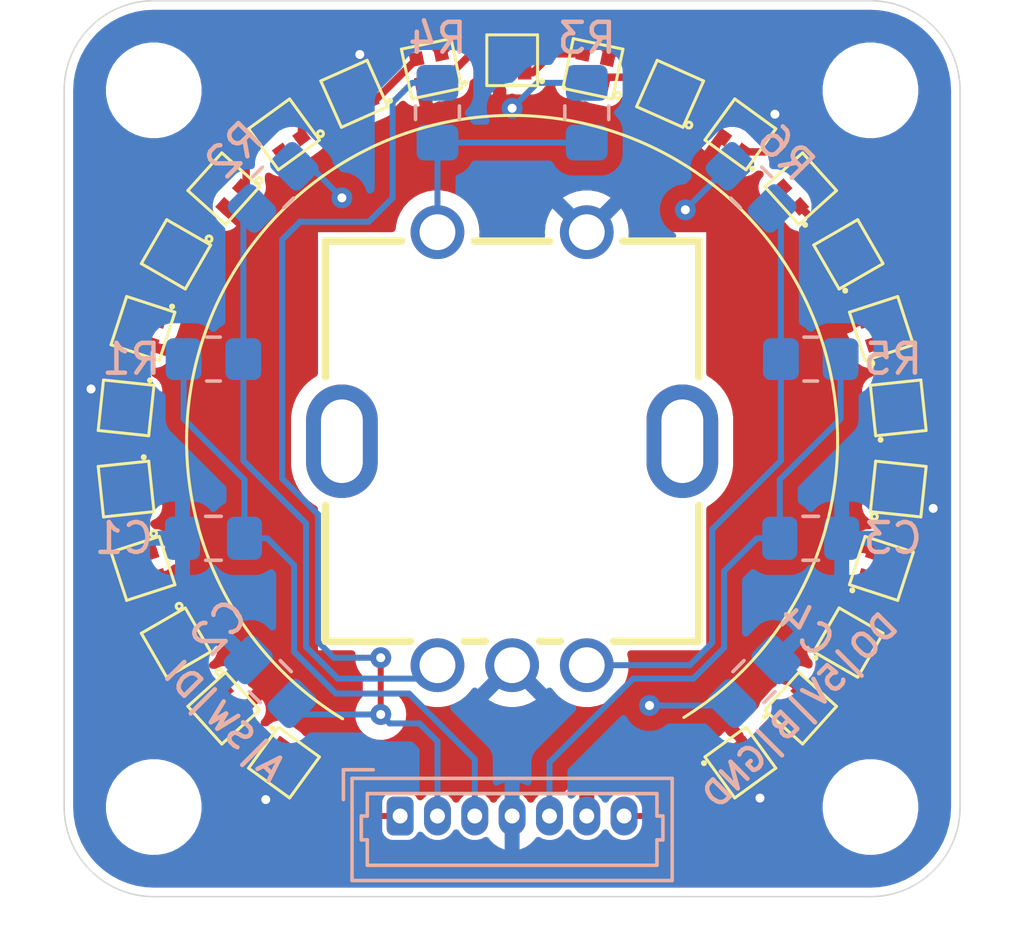
<source format=kicad_pcb>
(kicad_pcb (version 20240108) (generator "pcbnew") (generator_version "8.0")
  (layers (0 "F.Cu" signal) (31 "B.Cu" signal) (34 "B.Paste" user) (35 "F.Paste" user) (36 "B.SilkS" user "B.Silkscreen") (37 "F.SilkS" user "F.Silkscreen") (38 "B.Mask" user) (39 "F.Mask" user) (44 "Edge.Cuts" user))
  (net 0 "")
  (net 1 "GND")
  (net 2 "Net-(U1-DOUT)")
  (net 3 "/Encoder_A")
  (net 4 "/Encoder_Button")
  (net 5 "Net-(U2-DOUT)")
  (net 6 "Net-(U3-DOUT)")
  (net 7 "Net-(U4-DOUT)")
  (net 8 "Net-(U5-DOUT)")
  (net 9 "Net-(U6-DOUT)")
  (net 10 "Net-(U7-DOUT)")
  (net 11 "/Encoder_B")
  (net 12 "Net-(U8-DOUT)")
  (net 13 "Net-(U10-DIN)")
  (net 14 "Net-(U10-DOUT)")
  (net 15 "Net-(U11-DOUT)")
  (net 16 "Net-(U12-DOUT)")
  (net 17 "Net-(U13-DOUT)")
  (net 18 "Net-(U14-DOUT)")
  (net 19 "Net-(U15-DOUT)")
  (net 20 "Net-(U16-DOUT)")
  (net 21 "Net-(U17-DOUT)")
  (net 22 "Net-(U18-DOUT)")
  (net 23 "Net-(U19-DOUT)")
  (net 24 "Net-(U20-DOUT)")
  (net 25 "Net-(U21-DOUT)")
  (net 26 "Net-(U22-DOUT)")
  (net 27 "Net-(U23-DOUT)")
  (net 28 "DIN")
  (net 29 "DOUT")
  (net 30 "Net-(R1-Pad2)")
  (net 31 "VCC")
  (net 32 "Net-(R3-Pad2)")
  (net 33 "Net-(U24-DOUT)")
  (net 34 "Net-(R5-Pad1)")
  (footprint "MountingHole:MountingHole_2.7mm_M2.5" (layer "F.Cu") (at 112 112)
    (property "Reference" "H3" (hide yes))
    (property "Value" "MountingHole")
    (pad "" np_thru_hole circle (at 0 0) (size 2.7 2.7) (drill 2.7) (layers "*.Cu" "*.Mask"))
  )
  (footprint "easyeda2kicad:LED-SMD_4P-L1.0-W1.0-TL_XL-1010RGBC-WS2812B" (layer "F.Cu") (at 109.663439 91.293432 132)
    (property "Reference" "U17" (hide yes))
    (property "Value" "XL-1010RGBC-WS2812B" (hide yes))
    (pad "1" smd rect (at -0.42 -0.42 132) (size 0.45 0.45) (layers "F.Cu" "F.Paste" "F.Mask") (net 21 "Net-(U17-DOUT)"))
    (pad "2" smd rect (at 0.42 -0.42 132) (size 0.45 0.45) (layers "F.Cu" "F.Paste" "F.Mask") (net 31 "VCC"))
    (pad "3" smd rect (at -0.42 0.42 132) (size 0.45 0.45) (layers "F.Cu" "F.Paste" "F.Mask") (net 1 "GND"))
    (pad "4" smd rect (at 0.42 0.42 132) (size 0.45 0.45) (layers "F.Cu" "F.Paste" "F.Mask") (net 20 "Net-(U16-DOUT)"))
  )
  (footprint "easyeda2kicad:LED-SMD_4P-L1.0-W1.0-TL_XL-1010RGBC-WS2812B" (layer "F.Cu") (at 88.744227 106.492129 -60)
    (property "Reference" "U3" (hide yes))
    (property "Value" "XL-1010RGBC-WS2812B" (hide yes))
    (pad "1" smd rect (at -0.42 -0.419999 300) (size 0.45 0.45) (layers "F.Cu" "F.Paste" "F.Mask") (net 6 "Net-(U3-DOUT)"))
    (pad "2" smd rect (at 0.419999 -0.42 300) (size 0.45 0.45) (layers "F.Cu" "F.Paste" "F.Mask") (net 31 "VCC"))
    (pad "3" smd rect (at -0.419999 0.42 300) (size 0.45 0.45) (layers "F.Cu" "F.Paste" "F.Mask") (net 1 "GND"))
    (pad "4" smd rect (at 0.42 0.419999 300) (size 0.45 0.45) (layers "F.Cu" "F.Paste" "F.Mask") (net 5 "Net-(U2-DOUT)"))
  )
  (footprint "easyeda2kicad:LED-SMD_4P-L1.0-W1.0-TL_XL-1010RGBC-WS2812B" (layer "F.Cu") (at 112.931341 98.63326 96)
    (property "Reference" "U20" (hide yes))
    (property "Value" "XL-1010RGBC-WS2812B" (hide yes))
    (pad "1" smd rect (at -0.42 -0.42 96) (size 0.45 0.45) (layers "F.Cu" "F.Paste" "F.Mask") (net 24 "Net-(U20-DOUT)"))
    (pad "2" smd rect (at 0.42 -0.42 96) (size 0.45 0.45) (layers "F.Cu" "F.Paste" "F.Mask") (net 31 "VCC"))
    (pad "3" smd rect (at -0.42 0.42 96) (size 0.45 0.45) (layers "F.Cu" "F.Paste" "F.Mask") (net 1 "GND"))
    (pad "4" smd rect (at 0.42 0.42 96) (size 0.45 0.45) (layers "F.Cu" "F.Paste" "F.Mask") (net 23 "Net-(U19-DOUT)"))
  )
  (footprint "MountingHole:MountingHole_2.7mm_M2.5" (layer "F.Cu") (at 112 88)
    (property "Reference" "H2" (hide yes))
    (property "Value" "MountingHole")
    (pad "" np_thru_hole circle (at 0 0) (size 2.7 2.7) (drill 2.7) (layers "*.Cu" "*.Mask"))
  )
  (footprint "easyeda2kicad:LED-SMD_4P-L1.0-W1.0-TL_XL-1010RGBC-WS2812B" (layer "F.Cu") (at 90.341675 91.293431 -132)
    (property "Reference" "U9" (hide yes))
    (property "Value" "XL-1010RGBC-WS2812B" (hide yes))
    (pad "1" smd rect (at -0.42 -0.419999 228) (size 0.45 0.45) (layers "F.Cu" "F.Paste" "F.Mask") (net 13 "Net-(U10-DIN)"))
    (pad "2" smd rect (at 0.419999 -0.42 228) (size 0.45 0.45) (layers "F.Cu" "F.Paste" "F.Mask") (net 31 "VCC"))
    (pad "3" smd rect (at -0.419999 0.42 228) (size 0.45 0.45) (layers "F.Cu" "F.Paste" "F.Mask") (net 1 "GND"))
    (pad "4" smd rect (at 0.42 0.419999 228) (size 0.45 0.45) (layers "F.Cu" "F.Paste" "F.Mask") (net 12 "Net-(U8-DOUT)"))
  )
  (footprint "easyeda2kicad:SW-TH_PEC11R-4XXXF-SXXXX" (layer "F.Cu") (at 100 100)
    (property "Reference" "SW1" (hide yes))
    (property "Value" "PEC11R-4015F-S0024" (hide yes))
    (pad "" np_thru_hole circle (at 0 -0.25) (size 7 7) (drill 7) (layers "F&B.Cu" "*.Mask"))
    (pad "1" thru_hole circle (at -2.5 -7.25) (size 1.8 1.8) (drill 1.199998) (layers "*.Cu" "*.Mask") (net 32 "Net-(R3-Pad2)"))
    (pad "2" thru_hole circle (at 2.5 -7.25) (size 1.8 1.8) (drill 1.199998) (layers "*.Cu" "*.Mask") (net 1 "GND"))
    (pad "A" thru_hole circle (at -2.5 7.25) (size 1.8 1.8) (drill 1.199998) (layers "*.Cu" "*.Mask") (net 30 "Net-(R1-Pad2)"))
    (pad "B" thru_hole circle (at 2.5 7.25) (size 1.8 1.8) (drill 1.199998) (layers "*.Cu" "*.Mask") (net 34 "Net-(R5-Pad1)"))
    (pad "C" thru_hole circle (at 0 7.25) (size 1.8 1.8) (drill 1.199998) (layers "*.Cu" "*.Mask") (net 1 "GND"))
    (pad "MT1" thru_hole oval (at -5.7 -0.25) (size 2.4 3.8) (drill oval 1.399997 2.799994) (layers "*.Cu" "*.Mask"))
    (pad "MT2" thru_hole oval (at 5.7 -0.25) (size 2.4 3.8) (drill oval 1.399997 2.799994) (layers "*.Cu" "*.Mask"))
  )
  (footprint "easyeda2kicad:LED-SMD_4P-L1.0-W1.0-TL_XL-1010RGBC-WS2812B" (layer "F.Cu") (at 112.366291 104.009351 72)
    (property "Reference" "U22" (hide yes))
    (property "Value" "XL-1010RGBC-WS2812B" (hide yes))
    (pad "1" smd rect (at -0.419999 -0.42 72) (size 0.45 0.45) (layers "F.Cu" "F.Paste" "F.Mask") (net 26 "Net-(U22-DOUT)"))
    (pad "2" smd rect (at 0.42 -0.419999 72) (size 0.45 0.45) (layers "F.Cu" "F.Paste" "F.Mask") (net 31 "VCC"))
    (pad "3" smd rect (at -0.42 0.419999 72) (size 0.45 0.45) (layers "F.Cu" "F.Paste" "F.Mask") (net 1 "GND"))
    (pad "4" smd rect (at 0.419999 0.42 72) (size 0.45 0.45) (layers "F.Cu" "F.Paste" "F.Mask") (net 25 "Net-(U21-DOUT)"))
  )
  (footprint "easyeda2kicad:LED-SMD_4P-L1.0-W1.0-TL_XL-1010RGBC-WS2812B" (layer "F.Cu") (at 90.341675 108.690827 -48)
    (property "Reference" "U2" (hide yes))
    (property "Value" "XL-1010RGBC-WS2812B" (hide yes))
    (pad "1" smd rect (at -0.42 -0.42 312) (size 0.45 0.45) (layers "F.Cu" "F.Paste" "F.Mask") (net 5 "Net-(U2-DOUT)"))
    (pad "2" smd rect (at 0.42 -0.42 312) (size 0.45 0.45) (layers "F.Cu" "F.Paste" "F.Mask") (net 31 "VCC"))
    (pad "3" smd rect (at -0.42 0.42 312) (size 0.45 0.45) (layers "F.Cu" "F.Paste" "F.Mask") (net 1 "GND"))
    (pad "4" smd rect (at 0.42 0.42 312) (size 0.45 0.45) (layers "F.Cu" "F.Paste" "F.Mask") (net 2 "Net-(U1-DOUT)"))
  )
  (footprint "easyeda2kicad:LED-SMD_4P-L1.0-W1.0-TL_XL-1010RGBC-WS2812B" (layer "F.Cu") (at 87.638823 95.974908 -108)
    (property "Reference" "U7" (hide yes))
    (property "Value" "XL-1010RGBC-WS2812B" (hide yes))
    (pad "1" smd rect (at -0.419999 -0.42 252) (size 0.45 0.45) (layers "F.Cu" "F.Paste" "F.Mask") (net 10 "Net-(U7-DOUT)"))
    (pad "2" smd rect (at 0.42 -0.419999 252) (size 0.45 0.45) (layers "F.Cu" "F.Paste" "F.Mask") (net 31 "VCC"))
    (pad "3" smd rect (at -0.42 0.419999 252) (size 0.45 0.45) (layers "F.Cu" "F.Paste" "F.Mask") (net 1 "GND"))
    (pad "4" smd rect (at 0.419999 0.42 252) (size 0.45 0.45) (layers "F.Cu" "F.Paste" "F.Mask") (net 9 "Net-(U6-DOUT)"))
  )
  (footprint "MountingHole:MountingHole_2.7mm_M2.5" (layer "F.Cu") (at 88 88)
    (property "Reference" "H1" (hide yes))
    (property "Value" "MountingHole")
    (pad "" np_thru_hole circle (at 0 0) (size 2.7 2.7) (drill 2.7) (layers "*.Cu" "*.Mask"))
  )
  (footprint "easyeda2kicad:LED-SMD_4P-L1.0-W1.0-TL_XL-1010RGBC-WS2812B" (layer "F.Cu") (at 100.002557 86.99213 180)
    (property "Reference" "U13" (hide yes))
    (property "Value" "XL-1010RGBC-WS2812B" (hide yes))
    (pad "1" smd rect (at -0.419999 -0.42 180) (size 0.45 0.45) (layers "F.Cu" "F.Paste" "F.Mask") (net 17 "Net-(U13-DOUT)"))
    (pad "2" smd rect (at 0.42 -0.419999 180) (size 0.45 0.45) (layers "F.Cu" "F.Paste" "F.Mask") (net 31 "VCC"))
    (pad "3" smd rect (at -0.42 0.419999 180) (size 0.45 0.45) (layers "F.Cu" "F.Paste" "F.Mask") (net 1 "GND"))
    (pad "4" smd rect (at 0.419999 0.42 180) (size 0.45 0.45) (layers "F.Cu" "F.Paste" "F.Mask") (net 16 "Net-(U12-DOUT)"))
  )
  (footprint "easyeda2kicad:LED-SMD_4P-L1.0-W1.0-TL_XL-1010RGBC-WS2812B" (layer "F.Cu") (at 112.366292 95.974909 108)
    (property "Reference" "U19" (hide yes))
    (property "Value" "XL-1010RGBC-WS2812B" (hide yes))
    (pad "1" smd rect (at -0.42 -0.42 108) (size 0.45 0.45) (layers "F.Cu" "F.Paste" "F.Mask") (net 23 "Net-(U19-DOUT)"))
    (pad "2" smd rect (at 0.42 -0.42 108) (size 0.45 0.45) (layers "F.Cu" "F.Paste" "F.Mask") (net 31 "VCC"))
    (pad "3" smd rect (at -0.42 0.42 108) (size 0.45 0.45) (layers "F.Cu" "F.Paste" "F.Mask") (net 1 "GND"))
    (pad "4" smd rect (at 0.42 0.42 108) (size 0.45 0.45) (layers "F.Cu" "F.Paste" "F.Mask") (net 22 "Net-(U18-DOUT)"))
  )
  (footprint "easyeda2kicad:LED-SMD_4P-L1.0-W1.0-TL_XL-1010RGBC-WS2812B" (layer "F.Cu") (at 105.290134 88.116039 156)
    (property "Reference" "U15" (hide yes))
    (property "Value" "XL-1010RGBC-WS2812B" (hide yes))
    (pad "1" smd rect (at -0.419999 -0.42 156) (size 0.45 0.45) (layers "F.Cu" "F.Paste" "F.Mask") (net 19 "Net-(U15-DOUT)"))
    (pad "2" smd rect (at 0.42 -0.419999 156) (size 0.45 0.45) (layers "F.Cu" "F.Paste" "F.Mask") (net 31 "VCC"))
    (pad "3" smd rect (at -0.42 0.419999 156) (size 0.45 0.45) (layers "F.Cu" "F.Paste" "F.Mask") (net 1 "GND"))
    (pad "4" smd rect (at 0.419999 0.42 156) (size 0.45 0.45) (layers "F.Cu" "F.Paste" "F.Mask") (net 18 "Net-(U14-DOUT)"))
  )
  (footprint "easyeda2kicad:LED-SMD_4P-L1.0-W1.0-TL_XL-1010RGBC-WS2812B" (layer "F.Cu") (at 87.638822 104.00935 -72)
    (property "Reference" "U4" (hide yes))
    (property "Value" "XL-1010RGBC-WS2812B" (hide yes))
    (pad "1" smd rect (at -0.42 -0.42 288) (size 0.45 0.45) (layers "F.Cu" "F.Paste" "F.Mask") (net 7 "Net-(U4-DOUT)"))
    (pad "2" smd rect (at 0.42 -0.42 288) (size 0.45 0.45) (layers "F.Cu" "F.Paste" "F.Mask") (net 31 "VCC"))
    (pad "3" smd rect (at -0.42 0.42 288) (size 0.45 0.45) (layers "F.Cu" "F.Paste" "F.Mask") (net 1 "GND"))
    (pad "4" smd rect (at 0.42 0.42 288) (size 0.45 0.45) (layers "F.Cu" "F.Paste" "F.Mask") (net 6 "Net-(U3-DOUT)"))
  )
  (footprint "easyeda2kicad:LED-SMD_4P-L1.0-W1.0-TL_XL-1010RGBC-WS2812B" (layer "F.Cu") (at 87.073772 98.63326 -96)
    (property "Reference" "U6" (hide yes))
    (property "Value" "XL-1010RGBC-WS2812B" (hide yes))
    (pad "1" smd rect (at -0.42 -0.420001 264) (size 0.45 0.45) (layers "F.Cu" "F.Paste" "F.Mask") (net 9 "Net-(U6-DOUT)"))
    (pad "2" smd rect (at 0.420001 -0.42 264) (size 0.45 0.45) (layers "F.Cu" "F.Paste" "F.Mask") (net 31 "VCC"))
    (pad "3" smd rect (at -0.420001 0.42 264) (size 0.45 0.45) (layers "F.Cu" "F.Paste" "F.Mask") (net 1 "GND"))
    (pad "4" smd rect (at 0.42 0.420001 264) (size 0.45 0.45) (layers "F.Cu" "F.Paste" "F.Mask") (net 8 "Net-(U5-DOUT)"))
  )
  (footprint "easyeda2kicad:LED-SMD_4P-L1.0-W1.0-TL_XL-1010RGBC-WS2812B" (layer "F.Cu") (at 92.361349 110.509351 -36)
    (property "Reference" "U1" (hide yes))
    (property "Value" "XL-1010RGBC-WS2812B" (hide yes))
    (pad "1" smd rect (at -0.42 -0.419999 324) (size 0.45 0.45) (layers "F.Cu" "F.Paste" "F.Mask") (net 2 "Net-(U1-DOUT)"))
    (pad "2" smd rect (at 0.419999 -0.42 324) (size 0.45 0.45) (layers "F.Cu" "F.Paste" "F.Mask") (net 31 "VCC"))
    (pad "3" smd rect (at -0.419999 0.42 324) (size 0.45 0.45) (layers "F.Cu" "F.Paste" "F.Mask") (net 1 "GND"))
    (pad "4" smd rect (at 0.42 0.419999 324) (size 0.45 0.45) (layers "F.Cu" "F.Paste" "F.Mask") (net 28 "DIN"))
  )
  (footprint "easyeda2kicad:LED-SMD_4P-L1.0-W1.0-TL_XL-1010RGBC-WS2812B" (layer "F.Cu") (at 92.361349 89.474909 -144)
    (property "Reference" "U10" (hide yes))
    (property "Value" "XL-1010RGBC-WS2812B" (hide yes))
    (pad "1" smd rect (at -0.42 -0.420001 216) (size 0.45 0.45) (layers "F.Cu" "F.Paste" "F.Mask") (net 14 "Net-(U10-DOUT)"))
    (pad "2" smd rect (at 0.420001 -0.42 216) (size 0.45 0.45) (layers "F.Cu" "F.Paste" "F.Mask") (net 31 "VCC"))
    (pad "3" smd rect (at -0.420001 0.42 216) (size 0.45 0.45) (layers "F.Cu" "F.Paste" "F.Mask") (net 1 "GND"))
    (pad "4" smd rect (at 0.42 0.420001 216) (size 0.45 0.45) (layers "F.Cu" "F.Paste" "F.Mask") (net 13 "Net-(U10-DIN)"))
  )
  (footprint "MountingHole:MountingHole_2.7mm_M2.5" (layer "F.Cu") (at 88 112)
    (property "Reference" "H4" (hide yes))
    (property "Value" "MountingHole")
    (pad "" np_thru_hole circle (at 0 0) (size 2.7 2.7) (drill 2.7) (layers "*.Cu" "*.Mask"))
  )
  (footprint "easyeda2kicad:LED-SMD_4P-L1.0-W1.0-TL_XL-1010RGBC-WS2812B" (layer "F.Cu") (at 109.663439 108.690828 48)
    (property "Reference" "U24" (hide yes))
    (property "Value" "XL-1010RGBC-WS2812B" (hide yes))
    (pad "1" smd rect (at -0.42 -0.419999 48) (size 0.45 0.45) (layers "F.Cu" "F.Paste" "F.Mask") (net 33 "Net-(U24-DOUT)"))
    (pad "2" smd rect (at 0.419999 -0.42 48) (size 0.45 0.45) (layers "F.Cu" "F.Paste" "F.Mask") (net 31 "VCC"))
    (pad "3" smd rect (at -0.419999 0.42 48) (size 0.45 0.45) (layers "F.Cu" "F.Paste" "F.Mask") (net 1 "GND"))
    (pad "4" smd rect (at 0.42 0.419999 48) (size 0.45 0.45) (layers "F.Cu" "F.Paste" "F.Mask") (net 27 "Net-(U23-DOUT)"))
  )
  (footprint "easyeda2kicad:LED-SMD_4P-L1.0-W1.0-TL_XL-1010RGBC-WS2812B" (layer "F.Cu") (at 88.744227 93.49213 -120)
    (property "Reference" "U8" (hide yes))
    (property "Value" "XL-1010RGBC-WS2812B" (hide yes))
    (pad "1" smd rect (at -0.42 -0.42 240) (size 0.45 0.45) (layers "F.Cu" "F.Paste" "F.Mask") (net 12 "Net-(U8-DOUT)"))
    (pad "2" smd rect (at 0.42 -0.42 240) (size 0.45 0.45) (layers "F.Cu" "F.Paste" "F.Mask") (net 31 "VCC"))
    (pad "3" smd rect (at -0.42 0.42 240) (size 0.45 0.45) (layers "F.Cu" "F.Paste" "F.Mask") (net 1 "GND"))
    (pad "4" smd rect (at 0.42 0.42 240) (size 0.45 0.45) (layers "F.Cu" "F.Paste" "F.Mask") (net 10 "Net-(U7-DOUT)"))
  )
  (footprint "easyeda2kicad:LED-SMD_4P-L1.0-W1.0-TL_XL-1010RGBC-WS2812B" (layer "F.Cu") (at 111.260887 93.49213 120)
    (property "Reference" "U18" (hide yes))
    (property "Value" "XL-1010RGBC-WS2812B" (hide yes))
    (pad "1" smd rect (at -0.42 -0.420001 120) (size 0.45 0.45) (layers "F.Cu" "F.Paste" "F.Mask") (net 22 "Net-(U18-DOUT)"))
    (pad "2" smd rect (at 0.420001 -0.42 120) (size 0.45 0.45) (layers "F.Cu" "F.Paste" "F.Mask") (net 31 "VCC"))
    (pad "3" smd rect (at -0.420001 0.42 120) (size 0.45 0.45) (layers "F.Cu" "F.Paste" "F.Mask") (net 1 "GND"))
    (pad "4" smd rect (at 0.42 0.420001 120) (size 0.45 0.45) (layers "F.Cu" "F.Paste" "F.Mask") (net 21 "Net-(U17-DOUT)"))
  )
  (footprint "easyeda2kicad:LED-SMD_4P-L1.0-W1.0-TL_XL-1010RGBC-WS2812B" (layer "F.Cu") (at 94.71498 88.116039 -156)
    (property "Reference" "U11" (hide yes))
    (property "Value" "XL-1010RGBC-WS2812B" (hide yes))
    (pad "1" smd rect (at -0.42 -0.419999 204) (size 0.45 0.45) (layers "F.Cu" "F.Paste" "F.Mask") (net 15 "Net-(U11-DOUT)"))
    (pad "2" smd rect (at 0.419999 -0.42 204) (size 0.45 0.45) (layers "F.Cu" "F.Paste" "F.Mask") (net 31 "VCC"))
    (pad "3" smd rect (at -0.419999 0.42 204) (size 0.45 0.45) (layers "F.Cu" "F.Paste" "F.Mask") (net 1 "GND"))
    (pad "4" smd rect (at 0.42 0.419999 204) (size 0.45 0.45) (layers "F.Cu" "F.Paste" "F.Mask") (net 14 "Net-(U10-DOUT)"))
  )
  (footprint "easyeda2kicad:LED-SMD_4P-L1.0-W1.0-TL_XL-1010RGBC-WS2812B" (layer "F.Cu") (at 107.643765 89.474909 144)
    (property "Reference" "U16" (hide yes))
    (property "Value" "XL-1010RGBC-WS2812B" (hide yes))
    (pad "1" smd rect (at -0.42 -0.42 144) (size 0.45 0.45) (layers "F.Cu" "F.Paste" "F.Mask") (net 20 "Net-(U16-DOUT)"))
    (pad "2" smd rect (at 0.42 -0.42 144) (size 0.45 0.45) (layers "F.Cu" "F.Paste" "F.Mask") (net 31 "VCC"))
    (pad "3" smd rect (at -0.42 0.42 144) (size 0.45 0.45) (layers "F.Cu" "F.Paste" "F.Mask") (net 1 "GND"))
    (pad "4" smd rect (at 0.42 0.42 144) (size 0.45 0.45) (layers "F.Cu" "F.Paste" "F.Mask") (net 19 "Net-(U15-DOUT)"))
  )
  (footprint "easyeda2kicad:LED-SMD_4P-L1.0-W1.0-TL_XL-1010RGBC-WS2812B" (layer "F.Cu") (at 112.931342 101.351 84)
    (property "Reference" "U21" (hide yes))
    (property "Value" "XL-1010RGBC-WS2812B" (hide yes))
    (pad "1" smd rect (at -0.42 -0.419999 84) (size 0.45 0.45) (layers "F.Cu" "F.Paste" "F.Mask") (net 25 "Net-(U21-DOUT)"))
    (pad "2" smd rect (at 0.419999 -0.42 84) (size 0.45 0.45) (layers "F.Cu" "F.Paste" "F.Mask") (net 31 "VCC"))
    (pad "3" smd rect (at -0.419999 0.42 84) (size 0.45 0.45) (layers "F.Cu" "F.Paste" "F.Mask") (net 1 "GND"))
    (pad "4" smd rect (at 0.42 0.419999 84) (size 0.45 0.45) (layers "F.Cu" "F.Paste" "F.Mask") (net 24 "Net-(U20-DOUT)"))
  )
  (footprint "easyeda2kicad:LED-SMD_4P-L1.0-W1.0-TL_XL-1010RGBC-WS2812B" (layer "F.Cu") (at 111.260887 106.492129 60)
    (property "Reference" "U23" (hide yes))
    (property "Value" "XL-1010RGBC-WS2812B" (hide yes))
    (pad "1" smd rect (at -0.420001 -0.420001 60) (size 0.45 0.45) (layers "F.Cu" "F.Paste" "F.Mask") (net 27 "Net-(U23-DOUT)"))
    (pad "2" smd rect (at 0.420001 -0.420001 60) (size 0.45 0.45) (layers "F.Cu" "F.Paste" "F.Mask") (net 31 "VCC"))
    (pad "3" smd rect (at -0.420001 0.420001 60) (size 0.45 0.45) (layers "F.Cu" "F.Paste" "F.Mask") (net 1 "GND"))
    (pad "4" smd rect (at 0.420001 0.420001 60) (size 0.45 0.45) (layers "F.Cu" "F.Paste" "F.Mask") (net 26 "Net-(U22-DOUT)"))
  )
  (footprint "easyeda2kicad:LED-SMD_4P-L1.0-W1.0-TL_XL-1010RGBC-WS2812B" (layer "F.Cu") (at 97.299705 87.276211 -168)
    (property "Reference" "U12" (hide yes))
    (property "Value" "XL-1010RGBC-WS2812B" (hide yes))
    (pad "1" smd rect (at -0.42 -0.42 192) (size 0.45 0.45) (layers "F.Cu" "F.Paste" "F.Mask") (net 16 "Net-(U12-DOUT)"))
    (pad "2" smd rect (at 0.42 -0.42 192) (size 0.45 0.45) (layers "F.Cu" "F.Paste" "F.Mask") (net 31 "VCC"))
    (pad "3" smd rect (at -0.42 0.42 192) (size 0.45 0.45) (layers "F.Cu" "F.Paste" "F.Mask") (net 1 "GND"))
    (pad "4" smd rect (at 0.42 0.42 192) (size 0.45 0.45) (layers "F.Cu" "F.Paste" "F.Mask") (net 15 "Net-(U11-DOUT)"))
  )
  (footprint "easyeda2kicad:LED-SMD_4P-L1.0-W1.0-TL_XL-1010RGBC-WS2812B" (layer "F.Cu") (at 102.705409 87.276211 168)
    (property "Reference" "U14" (hide yes))
    (property "Value" "XL-1010RGBC-WS2812B" (hide yes))
    (pad "1" smd rect (at -0.42 -0.42 168) (size 0.45 0.45) (layers "F.Cu" "F.Paste" "F.Mask") (net 18 "Net-(U14-DOUT)"))
    (pad "2" smd rect (at 0.42 -0.42 168) (size 0.45 0.45) (layers "F.Cu" "F.Paste" "F.Mask") (net 31 "VCC"))
    (pad "3" smd rect (at -0.42 0.42 168) (size 0.45 0.45) (layers "F.Cu" "F.Paste" "F.Mask") (net 1 "GND"))
    (pad "4" smd rect (at 0.42 0.42 168) (size 0.45 0.45) (layers "F.Cu" "F.Paste" "F.Mask") (net 17 "Net-(U13-DOUT)"))
  )
  (footprint "easyeda2kicad:LED-SMD_4P-L1.0-W1.0-TL_XL-1010RGBC-WS2812B" (layer "F.Cu") (at 87.073773 101.350999 -84)
    (property "Reference" "U5" (hide yes))
    (property "Value" "XL-1010RGBC-WS2812B" (hide yes))
    (pad "1" smd rect (at -0.42 -0.42 276) (size 0.45 0.45) (layers "F.Cu" "F.Paste" "F.Mask") (net 8 "Net-(U5-DOUT)"))
    (pad "2" smd rect (at 0.42 -0.42 276) (size 0.45 0.45) (layers "F.Cu" "F.Paste" "F.Mask") (net 31 "VCC"))
    (pad "3" smd rect (at -0.42 0.42 276) (size 0.45 0.45) (layers "F.Cu" "F.Paste" "F.Mask") (net 1 "GND"))
    (pad "4" smd rect (at 0.42 0.42 276) (size 0.45 0.45) (layers "F.Cu" "F.Paste" "F.Mask") (net 7 "Net-(U4-DOUT)"))
  )
  (footprint "easyeda2kicad:LED-SMD_4P-L1.0-W1.0-TL_XL-1010RGBC-WS2812B" (layer "F.Cu") (at 107.643765 110.50935 36)
    (property "Reference" "U25" (hide yes))
    (property "Value" "XL-1010RGBC-WS2812B" (hide yes))
    (pad "1" smd rect (at -0.42 -0.42 36) (size 0.45 0.45) (layers "F.Cu" "F.Paste" "F.Mask") (net 29 "DOUT"))
    (pad "2" smd rect (at 0.42 -0.42 36) (size 0.45 0.45) (layers "F.Cu" "F.Paste" "F.Mask") (net 31 "VCC"))
    (pad "3" smd rect (at -0.42 0.42 36) (size 0.45 0.45) (layers "F.Cu" "F.Paste" "F.Mask") (net 1 "GND"))
    (pad "4" smd rect (at 0.42 0.42 36) (size 0.45 0.45) (layers "F.Cu" "F.Paste" "F.Mask") (net 33 "Net-(U24-DOUT)"))
  )
  (footprint "Capacitor_SMD:C_0805_2012Metric_Pad1.18x1.45mm_HandSolder" (layer "B.Cu") (at 108.1 107.8 45)
    (property "Reference" "C4" (at 2.474874 0 -45) (layer "B.SilkS") (effects (justify mirror)))
    (property "Value" "4.7uF")
    (pad "1" smd roundrect (at -1.0375 0 45) (size 1.175 1.45) (layers "B.Cu" "B.Paste" "B.Mask") (roundrect_rratio 0.212766) (net 31 "VCC"))
    (pad "2" smd roundrect (at 1.0375 0 45) (size 1.175 1.45) (layers "B.Cu" "B.Paste" "B.Mask") (roundrect_rratio 0.212766) (net 1 "GND"))
  )
  (footprint "Resistor_SMD:R_0805_2012Metric_Pad1.20x1.40mm_HandSolder" (layer "B.Cu") (at 110 97)
    (property "Reference" "R5" (at 2.75 0 0) (layer "B.SilkS") (effects (justify mirror)))
    (property "Value" "10K")
    (pad "1" smd roundrect (at -1 0) (size 1.2 1.4) (layers "B.Cu" "B.Paste" "B.Mask") (roundrect_rratio 0.208333) (net 34 "Net-(R5-Pad1)"))
    (pad "2" smd roundrect (at 1 0) (size 1.2 1.4) (layers "B.Cu" "B.Paste" "B.Mask") (roundrect_rratio 0.208333) (net 11 "/Encoder_B"))
  )
  (footprint "Resistor_SMD:R_0805_2012Metric_Pad1.20x1.40mm_HandSolder" (layer "B.Cu") (at 102.5 88.75 -90)
    (property "Reference" "R3" (at -2.5 0 0) (layer "B.SilkS") (effects (justify mirror)))
    (property "Value" "10K")
    (pad "1" smd roundrect (at -1 0 270) (size 1.2 1.4) (layers "B.Cu" "B.Paste" "B.Mask") (roundrect_rratio 0.208333) (net 31 "VCC"))
    (pad "2" smd roundrect (at 1 0 270) (size 1.2 1.4) (layers "B.Cu" "B.Paste" "B.Mask") (roundrect_rratio 0.208333) (net 32 "Net-(R3-Pad2)"))
  )
  (footprint "Capacitor_SMD:C_0805_2012Metric_Pad1.18x1.45mm_HandSolder" (layer "B.Cu") (at 110 103)
    (property "Reference" "C3" (at 2.75 0 0) (layer "B.SilkS") (effects (justify mirror)))
    (property "Value" "0.01uF")
    (pad "1" smd roundrect (at -1.0375 0) (size 1.175 1.45) (layers "B.Cu" "B.Paste" "B.Mask") (roundrect_rratio 0.212766) (net 11 "/Encoder_B"))
    (pad "2" smd roundrect (at 1.0375 0) (size 1.175 1.45) (layers "B.Cu" "B.Paste" "B.Mask") (roundrect_rratio 0.212766) (net 1 "GND"))
  )
  (footprint "Capacitor_SMD:C_0805_2012Metric_Pad1.18x1.45mm_HandSolder" (layer "B.Cu") (at 91.9 107.8 135)
    (property "Reference" "C2" (at 2.474874 0.070711 45) (layer "B.SilkS") (effects (justify mirror)))
    (property "Value" "0.01uF")
    (pad "1" smd roundrect (at -1.0375 0 135) (size 1.175 1.45) (layers "B.Cu" "B.Paste" "B.Mask") (roundrect_rratio 0.212766) (net 4 "/Encoder_Button"))
    (pad "2" smd roundrect (at 1.0375 0 135) (size 1.175 1.45) (layers "B.Cu" "B.Paste" "B.Mask") (roundrect_rratio 0.212766) (net 1 "GND"))
  )
  (footprint "Resistor_SMD:R_0805_2012Metric_Pad1.20x1.40mm_HandSolder" (layer "B.Cu") (at 90 97)
    (property "Reference" "R1" (at -2.75 0 0) (layer "B.SilkS") (effects (justify mirror)))
    (property "Value" "10K")
    (pad "1" smd roundrect (at -1 0) (size 1.2 1.4) (layers "B.Cu" "B.Paste" "B.Mask") (roundrect_rratio 0.208333) (net 3 "/Encoder_A"))
    (pad "2" smd roundrect (at 1 0) (size 1.2 1.4) (layers "B.Cu" "B.Paste" "B.Mask") (roundrect_rratio 0.208333) (net 30 "Net-(R1-Pad2)"))
  )
  (footprint "easyeda2kicad:Molex_PicoBlade_53047-0710_1x07_P1.25mm_Vertical" (layer "B.Cu") (at 96.25 112.3)
    (property "Reference" "J1" (hide yes))
    (property "Value" "Conn_01x07")
    (pad "1" thru_hole roundrect (at 0 0) (size 0.9 1.3) (drill 0.5) (layers "*.Cu" "*.Mask") (net 28 "DIN") (clearance 0.05))
    (pad "2" thru_hole oval (at 1.25 0) (size 0.9 1.3) (drill 0.5) (layers "*.Cu" "*.Mask") (net 4 "/Encoder_Button") (clearance 0.05))
    (pad "3" thru_hole oval (at 2.5 0) (size 0.9 1.3) (drill 0.5) (layers "*.Cu" "*.Mask") (net 3 "/Encoder_A") (clearance 0.05))
    (pad "4" thru_hole oval (at 3.75 0) (size 0.9 1.3) (drill 0.5) (layers "*.Cu" "*.Mask") (net 1 "GND") (clearance 0.05))
    (pad "5" thru_hole oval (at 5 0) (size 0.9 1.3) (drill 0.5) (layers "*.Cu" "*.Mask") (net 11 "/Encoder_B") (clearance 0.05))
    (pad "6" thru_hole oval (at 6.25 0) (size 0.9 1.3) (drill 0.5) (layers "*.Cu" "*.Mask") (net 31 "VCC") (clearance 0.05))
    (pad "7" thru_hole oval (at 7.5 0) (size 0.9 1.3) (drill 0.5) (layers "*.Cu" "*.Mask") (net 29 "DOUT") (clearance 0.05))
  )
  (footprint "Resistor_SMD:R_0805_2012Metric_Pad1.20x1.40mm_HandSolder" (layer "B.Cu") (at 92 91.25 45)
    (property "Reference" "R2" (at -0.041212 -1.802304 45) (layer "B.SilkS") (effects (justify mirror)))
    (property "Value" "10K")
    (pad "1" smd roundrect (at -1 0.000001 45) (size 1.2 1.4) (layers "B.Cu" "B.Paste" "B.Mask") (roundrect_rratio 0.208333) (net 30 "Net-(R1-Pad2)"))
    (pad "2" smd roundrect (at 1 -0.000001 45) (size 1.2 1.4) (layers "B.Cu" "B.Paste" "B.Mask") (roundrect_rratio 0.208333) (net 31 "VCC"))
  )
  (footprint "Resistor_SMD:R_0805_2012Metric_Pad1.20x1.40mm_HandSolder" (layer "B.Cu") (at 97.5 88.75 90)
    (property "Reference" "R4" (at 2.5 0 0) (layer "B.SilkS") (effects (justify mirror)))
    (property "Value" "1K")
    (pad "1" smd roundrect (at -1 0 90) (size 1.2 1.4) (layers "B.Cu" "B.Paste" "B.Mask") (roundrect_rratio 0.208333) (net 32 "Net-(R3-Pad2)"))
    (pad "2" smd roundrect (at 1 0 90) (size 1.2 1.4) (layers "B.Cu" "B.Paste" "B.Mask") (roundrect_rratio 0.208333) (net 4 "/Encoder_Button"))
  )
  (footprint "Capacitor_SMD:C_0805_2012Metric_Pad1.18x1.45mm_HandSolder" (layer "B.Cu") (at 90 103 180)
    (property "Reference" "C1" (at 3 0 0) (layer "B.SilkS") (effects (justify mirror)))
    (property "Value" "0.01uF")
    (pad "1" smd roundrect (at -1.0375 0 180) (size 1.175 1.45) (layers "B.Cu" "B.Paste" "B.Mask") (roundrect_rratio 0.212766) (net 3 "/Encoder_A"))
    (pad "2" smd roundrect (at 1.0375 0 180) (size 1.175 1.45) (layers "B.Cu" "B.Paste" "B.Mask") (roundrect_rratio 0.212766) (net 1 "GND"))
  )
  (footprint "Resistor_SMD:R_0805_2012Metric_Pad1.20x1.40mm_HandSolder" (layer "B.Cu") (at 108 91.25 135)
    (property "Reference" "R6" (at 0 1.65 135) (layer "B.SilkS") (effects (justify mirror)))
    (property "Value" "10K")
    (pad "1" smd roundrect (at -1 0 135) (size 1.2 1.4) (layers "B.Cu" "B.Paste" "B.Mask") (roundrect_rratio 0.208333) (net 34 "Net-(R5-Pad1)"))
    (pad "2" smd roundrect (at 1 0 135) (size 1.2 1.4) (layers "B.Cu" "B.Paste" "B.Mask") (roundrect_rratio 0.208333) (net 31 "VCC"))
  )
  (gr_arc (start 94.325791 109.046634) (mid 99.955506 88.840087) (end 105.75 109) (stroke (width 0.1)) (layer "F.SilkS"))
  (gr_arc (start 115 112) (mid 114.12132 114.12132) (end 112 115) (stroke (width 0.05)) (layer "Edge.Cuts"))
  (gr_line (start 115 112) (end 115 88) (stroke (width 0.05)) (layer "Edge.Cuts"))
  (gr_line (start 85 88) (end 85 112) (stroke (width 0.05)) (layer "Edge.Cuts"))
  (gr_arc (start 112 85) (mid 114.12132 85.87868) (end 115 88) (stroke (width 0.05)) (layer "Edge.Cuts"))
  (gr_arc (start 88 115) (mid 85.87868 114.12132) (end 85 112) (stroke (width 0.05)) (layer "Edge.Cuts"))
  (gr_line (start 88 115) (end 112 115) (stroke (width 0.05)) (layer "Edge.Cuts"))
  (gr_line (start 112 85) (end 88 85) (stroke (width 0.05)) (layer "Edge.Cuts"))
  (gr_arc (start 85 88) (mid 85.87868 85.87868) (end 88 85) (stroke (width 0.05)) (layer "Edge.Cuts"))
  (gr_text "DO|5V|B|GND\n\n" (at 114 106.9 45) (layer "B.SilkS") (effects (font (size 0.8 0.8)) (justify left bottom mirror)))
  (gr_text "A|SW|DI" (at 91.9 111.3 315) (layer "B.SilkS") (effects (font (size 0.8 0.8)) (justify left bottom mirror)))
  (segment (start 100.422557 86.572131) (end 100.422557 86.097131) (width 0.25) (layer "F.Cu") (net 1))
  (segment (start 90.802269 110.602269) (end 90.802269 110.802269) (width 0.25) (layer "F.Cu") (net 1))
  (segment (start 86.039884 98.672187) (end 86.039884 100.404914) (width 0.25) (layer "F.Cu") (net 1))
  (segment (start 90.310588 90.700276) (end 89.614082 90.700276) (width 0.2) (layer "F.Cu") (net 1))
  (segment (start 108.230422 88.744148) (end 107.389454 87.90318) (width 0.25) (layer "F.Cu") (net 1))
  (segment (start 89.614082 90.700276) (end 88.590496 91.723862) (width 0.2) (layer "F.Cu") (net 1))
  (segment (start 86.12769 101.47773) (end 86.12769 102.757792) (width 0.25) (layer "F.Cu") (net 1))
  (segment (start 105.844652 87.458182) (end 105.13647 86.75) (width 0.25) (layer "F.Cu") (net 1))
  (segment (start 108.399278 111.257089) (end 109.694525 109.961842) (width 0.25) (layer "F.Cu") (net 1))
  (segment (start 87.958141 107.458141) (end 88.5 108) (width 0.25) (layer "F.Cu") (net 1))
  (segment (start 94.927839 86.827839) (end 94.9 86.8) (width 0.25) (layer "F.Cu") (net 1))
  (segment (start 109.694525 109.961842) (end 109.694525 109.283983) (width 0.25) (layer "F.Cu") (net 1))
  (segment (start 98.37914 86.02213) (end 97.623204 86.778066) (width 0.25) (layer "F.Cu") (net 1))
  (segment (start 88.590496 92.918399) (end 88.048626 92.918399) (width 0.25) (layer "F.Cu") (net 1))
  (segment (start 100.808485 86.186203) (end 100.422557 86.572131) (width 0.25) (layer "F.Cu") (net 1))
  (segment (start 89.667827 108.740433) (end 89.667827 109.467827) (width 0.25) (layer "F.Cu") (net 1))
  (segment (start 113.965228 101.37875) (end 113.965228 99.579343) (width 0.25) (layer "F.Cu") (net 1))
  (segment (start 111.414618 107.065861) (end 111.956488 107.065861) (width 0.25) (layer "F.Cu") (net 1))
  (segment (start 112.635947 104.538582) (end 112.984231 104.538582) (width 0.25) (layer "F.Cu") (net 1))
  (segment (start 90.644147 89.855853) (end 90.75 89.75) (width 0.25) (layer "F.Cu") (net 1))
  (segment (start 113.392942 99.007057) (end 113.492943 99.007057) (width 0.25) (layer "F.Cu") (net 1))
  (segment (start 86.612172 100.977202) (end 86.612172 100.993248) (width 0.25) (layer "F.Cu") (net 1))
  (segment (start 103.203554 86.699924) (end 102.689833 86.186203) (width 0.25) (layer "F.Cu") (net 1))
  (segment (start 96.128511 86.360849) (end 94.927839 87.561521) (width 0.25) (layer "F.Cu") (net 1))
  (segment (start 87.020883 95.445677) (end 86.501075 95.965485) (width 0.25) (layer "F.Cu") (net 1))
  (segment (start 90.802269 110.602269) (end 91.774693 110.602269) (width 0.25) (layer "F.Cu") (net 1))
  (segment (start 90.310589 90.700276) (end 90.644147 90.366718) (width 0.25) (layer "F.Cu") (net 1))
  (segment (start 108.230422 89.381992) (end 108.230422 88.744148) (width 0.25) (layer "F.Cu") (net 1))
  (segment (start 103.203554 86.952712) (end 103.203554 86.699924) (width 0.25) (layer "F.Cu") (net 1))
  (segment (start 112.895523 96.244566) (end 113.244466 95.895623) (width 0.25) (layer "F.Cu") (net 1))
  (segment (start 90.802269 110.802269) (end 91.75 111.75) (width 0.25) (layer "F.Cu") (net 1))
  (segment (start 111.956488 107.065861) (end 112.635947 106.386402) (width 0.25) (layer "F.Cu") (net 1))
  (segment (start 94.647435 87.281117) (end 93.468883 87.281117) (width 0.25) (layer "F.Cu") (net 1))
  (segment (start 90.75 89.583005) (end 92.037272 88.295733) (width 0.25) (layer "F.Cu") (net 1))
  (segment (start 105.844652 87.90318) (end 105.844652 87.458182) (width 0.25) (layer "F.Cu") (net 1))
  (segment (start 113.877424 97.226467) (end 112.895523 96.244566) (width 0.25) (layer "F.Cu") (net 1))
  (segment (start 110.4 90.611715) (end 110.4 91.181113) (width 0.25) (layer "F.Cu") (net 1))
  (segment (start 87.369167 95.445677) (end 87.020883 95.445677) (width 0.25) (layer "F.Cu") (net 1))
  (segment (start 87.109591 103.739693) (end 86.760648 104.088636) (width 0.25) (layer "F.Cu") (net 1))
  (segment (start 94.927839 87.561521) (end 94.647435 87.281117) (width 0.25) (layer "F.Cu") (net 1))
  (segment (start 109.853842 109.4433) (end 109.694525 109.283983) (width 0.25) (layer "F.Cu") (net 1))
  (segment (start 108.230422 89.369578) (end 108.8 88.8) (width 0.25) (layer "F.Cu") (net 1))
  (segment (start 105.13647 86.75) (end 103.406266 86.75) (width 0.25) (layer "F.Cu") (net 1))
  (segment (start 89.667827 109.467827) (end 90.802269 110.602269) (width 0.25) (layer "F.Cu") (net 1))
  (segment (start 111.414618 107.065861) (end 111.414618 108.295754) (width 0.25) (layer "F.Cu") (net 1))
  (segment (start 97.623204 86.778066) (end 97.205987 86.360849) (width 0.25) (layer "F.Cu") (net 1))
  (segment (start 108.399278 111.257089) (end 108.399278 111.600722) (width 0.25) (layer "F.Cu") (net 1))
  (segment (start 100.347556 86.02213) (end 98.37914 86.02213) (width 0.25) (layer "F.Cu") (net 1))
  (segment (start 103.406266 86.75) (end 103.203554 86.952712) (width 0.25) (layer "F.Cu") (net 1))
  (segment (start 88.590496 91.723862) (end 88.590496 92.918399) (width 0.2) (layer "F.Cu") (net 1))
  (segment (start 107.550848 111.096007) (end 107.71193 111.257089) (width 0.25) (layer "F.Cu") (net 1))
  (segment (start 113.492943 99.007057) (end 113.877424 98.622576) (width 0.25) (layer "F.Cu") (net 1))
  (segment (start 86.12769 102.757792) (end 87.109591 103.739693) (width 0.25) (layer "F.Cu") (net 1))
  (segment (start 86.760648 104.92855) (end 88.170497 106.338399) (width 0.25) (layer "F.Cu") (net 1))
  (segment (start 92.037272 88.295733) (end 92.454267 88.295733) (width 0.25) (layer "F.Cu") (net 1))
  (segment (start 113.244466 95.895623) (end 113.244466 95.05571) (width 0.25) (layer "F.Cu") (net 1))
  (segment (start 113.244466 95.05571) (end 111.834618 93.645862) (width 0.25) (layer "F.Cu") (net 1))
  (segment (start 110.267072 109.4433) (end 109.853842 109.4433) (width 0.25) (layer "F.Cu") (net 1))
  (segment (start 108.230422 89.381992) (end 108.230422 89.369578) (width 0.25) (layer "F.Cu") (net 1))
  (segment (start 92.454267 88.295733) (end 92.454267 88.888252) (width 0.25) (layer "F.Cu") (net 1))
  (segment (start 89.748519 108.659741) (end 89.667827 108.740433) (width 0.25) (layer "F.Cu") (net 1))
  (segment (start 113.305139 101.8126) (end 113.9126 101.8126) (width 0.25) (layer "F.Cu") (net 1))
  (segment (start 113.305139 101.8126) (end 113.531378 101.8126) (width 0.25) (layer "F.Cu") (net 1))
  (segment (start 86.760648 104.088636) (end 86.760648 104.92855) (width 0.25) (layer "F.Cu") (net 1))
  (segment (start 113.9126 101.8126) (end 114.1 102) (width 0.25) (layer "F.Cu") (net 1))
  (segment (start 112.046975 93.433505) (end 112.046975 92.546975) (width 0.25) (layer "F.Cu") (net 1))
  (segment (start 107.389454 87.90318) (end 105.844652 87.90318) (width 0.25) (layer "F.Cu") (net 1))
  (segment (start 112.046975 92.546975) (end 110.824518 91.324518) (width 0.25) (layer "F.Cu") (net 1))
  (segment (start 113.531378 101.8126) (end 113.965228 101.37875) (width 0.25) (layer "F.Cu") (net 1))
  (segment (start 89.159741 108.659741) (end 89.748519 108.659741) (width 0.25) (layer "F.Cu") (net 1))
  (segment (start 112.984231 104.538582) (end 113.504039 104.018774) (width 0.25) (layer "F.Cu") (net 1))
  (segment (start 93.468883 87.281117) (end 92.454267 88.295733) (width 0.25) (layer "F.Cu") (net 1))
  (segment (start 86.071658 98.171658) (end 85.9 98) (width 0.25) (layer "F.Cu") (net 1))
  (segment (start 86.612172 100.993248) (end 86.12769 101.47773) (width 0.25) (layer "F.Cu") (net 1))
  (segment (start 86.699975 98.171658) (end 86.071658 98.171658) (width 0.25) (layer "F.Cu") (net 1))
  (segment (start 110.824518 91.324518) (end 110.256595 91.324518) (width 0.25) (layer "F.Cu") (net 1))
  (segment (start 90.75 89.75) (end 90.75 89.583005) (width 0.25) (layer "F.Cu") (net 1))
  (segment (start 107.71193 111.257089) (end 108.399278 111.257089) (width 0.25) (layer "F.Cu") (net 1))
  (segment (start 87.958141 106.550755) (end 87.958141 107.458141) (width 0.25) (layer "F.Cu") (net 1))
  (segment (start 86.699975 98.171658) (end 86.540413 98.171658) (width 0.25) (layer "F.Cu") (net 1))
  (segment (start 88.5 108) (end 89.159741 108.659741) (width 0.25) (layer "F.Cu") (net 1))
  (segment (start 86.501075 95.965485) (end 86.501075 97.972758) (width 0.25) (layer "F.Cu") (net 1))
  (segment (start 90.644147 90.366718) (end 90.644147 89.855853) (width 0.25) (layer "F.Cu") (net 1))
  (segment (start 111.414618 108.295754) (end 110.267072 109.4433) (width 0.25) (layer "F.Cu") (net 1))
  (segment (start 100.422557 86.097131) (end 100.347556 86.02213) (width 0.25) (layer "F.Cu") (net 1))
  (segment (start 108.230422 89.381992) (end 109.170277 89.381992) (width 0.25) (layer "F.Cu") (net 1))
  (segment (start 94.927839 87.561521) (end 94.927839 86.827839) (width 0.25) (layer "F.Cu") (net 1))
  (segment (start 109.170277 89.381992) (end 110.4 90.611715) (width 0.25) (layer "F.Cu") (net 1))
  (segment (start 86.540413 98.171658) (end 86.039884 98.672187) (width 0.25) (layer "F.Cu") (net 1))
  (segment (start 113.504039 104.018774) (end 113.504039 102.0115) (width 0.25) (layer "F.Cu") (net 1))
  (segment (start 110.4 91.181113) (end 110.256595 91.324518) (width 0.25) (layer "F.Cu") (net 1))
  (segment (start 113.504039 102.0115) (end 113.305139 101.8126) (width 0.25) (layer "F.Cu") (net 1))
  (segment (start 86.501075 97.972758) (end 86.699975 98.171658) (width 0.25) (layer "F.Cu") (net 1))
  (segment (start 102.689833 86.186203) (end 100.808485 86.186203) (width 0.25) (layer "F.Cu") (net 1))
  (segment (start 88.170497 106.338399) (end 87.958141 106.550755) (width 0.25) (layer "F.Cu") (net 1))
  (segment (start 108.399278 111.600722) (end 108.3 111.7) (width 0.25) (layer "F.Cu") (net 1))
  (segment (start 112.635947 106.386402) (end 112.635947 104.538582) (width 0.25) (layer "F.Cu") (net 1))
  (segment (start 86.039884 100.404914) (end 86.612172 100.977202) (width 0.25) (layer "F.Cu") (net 1))
  (segment (start 88.048626 92.918399) (end 87.369167 93.597858) (width 0.25) (layer "F.Cu") (net 1))
  (segment (start 97.205987 86.360849) (end 96.128511 86.360849) (width 0.25) (layer "F.Cu") (net 1))
  (segment (start 111.834618 93.645862) (end 112.046975 93.433505) (width 0.25) (layer "F.Cu") (net 1))
  (segment (start 87.369167 93.597858) (end 87.369167 95.445677) (width 0.25) (layer "F.Cu") (net 1))
  (segment (start 113.965228 99.579343) (end 113.392942 99.007057) (width 0.25) (layer "F.Cu") (net 1))
  (segment (start 113.877424 98.622576) (end 113.877424 97.226467) (width 0.25) (layer "F.Cu") (net 1))
  (via (at 108.8 88.8) (size 0.7) (drill 0.3) (layers "F.Cu" "B.Cu") (net 1))
  (via (at 91.75 111.75) (size 0.7) (drill 0.3) (layers "F.Cu" "B.Cu") (net 1))
  (via (at 108.3 111.7) (size 0.7) (drill 0.3) (layers "F.Cu" "B.Cu") (net 1))
  (via (at 94.9 86.8) (size 0.7) (drill 0.3) (layers "F.Cu" "B.Cu") (net 1))
  (via (at 114.1 102) (size 0.7) (drill 0.3) (layers "F.Cu" "B.Cu") (net 1))
  (via (at 85.9 98) (size 0.7) (drill 0.3) (layers "F.Cu" "B.Cu") (net 1))
  (segment (start 91.082754 107.2) (end 91.266377 107.016377) (width 0.2) (layer "B.Cu") (net 1))
  (segment (start 92.268431 109.922695) (end 90.949301 109.922695) (width 0.25) (layer "F.Cu") (net 2))
  (segment (start 90.949301 109.922695) (end 90.310589 109.283983) (width 0.25) (layer "F.Cu") (net 2))
  (segment (start 92.7 103.9) (end 91.8 103) (width 0.2) (layer "B.Cu") (net 3))
  (segment (start 98.75 110.4) (end 96.55 108.2) (width 0.2) (layer "B.Cu") (net 3))
  (segment (start 96.55 108.2) (end 94.1 108.2) (width 0.2) (layer "B.Cu") (net 3))
  (segment (start 91.8 103) (end 91.0375 103) (width 0.2) (layer "B.Cu") (net 3))
  (segment (start 98.75 112.5) (end 98.75 110.4) (width 0.2) (layer "B.Cu") (net 3))
  (segment (start 91.0375 103) (end 91.0375 101.0375) (width 0.2) (layer "B.Cu") (net 3))
  (segment (start 92.7 106.8) (end 92.7 103.9) (width 0.2) (layer "B.Cu") (net 3))
  (segment (start 94.1 108.2) (end 92.7 106.8) (width 0.2) (layer "B.Cu") (net 3))
  (segment (start 89 99) (end 89 97) (width 0.2) (layer "B.Cu") (net 3))
  (segment (start 91.0375 101.0375) (end 89 99) (width 0.2) (layer "B.Cu") (net 3))
  (segment (start 95.6 108.9) (end 95.6 107) (width 0.2) (layer "F.Cu") (net 4))
  (via (at 95.6 108.9) (size 0.7) (drill 0.3) (layers "F.Cu" "B.Cu") (net 4))
  (via (at 95.6 107) (size 0.7) (drill 0.3) (layers "F.Cu" "B.Cu") (net 4))
  (segment (start 96 91.6) (end 96 88.4) (width 0.2) (layer "B.Cu") (net 4))
  (segment (start 92.3 93) (end 92.9 92.4) (width 0.2) (layer "B.Cu") (net 4))
  (segment (start 95.6 108.9) (end 93 108.9) (width 0.2) (layer "B.Cu") (net 4))
  (segment (start 96 88.4) (end 96.65 87.75) (width 0.2) (layer "B.Cu") (net 4))
  (segment (start 95.9 109.2) (end 96.9 109.2) (width 0.2) (layer "B.Cu") (net 4))
  (segment (start 94.031372 107) (end 93.5 106.468628) (width 0.2) (layer "B.Cu") (net 4))
  (segment (start 96.9 109.2) (end 97.5 109.8) (width 0.2) (layer "B.Cu") (net 4))
  (segment (start 93 108.9) (end 92.633623 108.533623) (width 0.2) (layer "B.Cu") (net 4))
  (segment (start 96.65 87.75) (end 97.5 87.75) (width 0.2) (layer "B.Cu") (net 4))
  (segment (start 95.2 92.4) (end 96 91.6) (width 0.2) (layer "B.Cu") (net 4))
  (segment (start 93.5 102.2) (end 92.3 101) (width 0.2) (layer "B.Cu") (net 4))
  (segment (start 97.5 109.8) (end 97.5 112.3) (width 0.2) (layer "B.Cu") (net 4))
  (segment (start 95.6 107) (end 94.031372 107) (width 0.2) (layer "B.Cu") (net 4))
  (segment (start 93.5 106.468628) (end 93.5 102.2) (width 0.2) (layer "B.Cu") (net 4))
  (segment (start 92.3 101) (end 92.3 93) (width 0.2) (layer "B.Cu") (net 4))
  (segment (start 95.6 108.9) (end 95.9 109.2) (width 0.2) (layer "B.Cu") (net 4))
  (segment (start 92.9 92.4) (end 95.2 92.4) (width 0.2) (layer "B.Cu") (net 4))
  (segment (start 90.27509 108) (end 90.372761 108.097671) (width 0.25) (layer "F.Cu") (net 5))
  (segment (start 89.524638 108) (end 90.27509 108) (width 0.25) (layer "F.Cu") (net 5))
  (segment (start 88.590497 107.065859) (end 89.524638 108) (width 0.25) (layer "F.Cu") (net 5))
  (segment (start 87.369165 104.538581) (end 87.518139 104.538581) (width 0.25) (layer "F.Cu") (net 6))
  (segment (start 87.518139 104.538581) (end 88.897957 105.918399) (width 0.25) (layer "F.Cu") (net 6))
  (segment (start 86.699976 102.271616) (end 87.908479 103.480119) (width 0.25) (layer "F.Cu") (net 7))
  (segment (start 86.699976 101.8126) (end 86.699976 102.271616) (width 0.25) (layer "F.Cu") (net 7))
  (segment (start 86.61217 99.007057) (end 86.61217 100.053998) (width 0.25) (layer "F.Cu") (net 8))
  (segment (start 86.61217 100.053998) (end 87.44757 100.889398) (width 0.25) (layer "F.Cu") (net 8))
  (segment (start 87.288153 98.012242) (end 87.535374 98.259463) (width 0.25) (layer "F.Cu") (net 9))
  (segment (start 87.109592 96.244564) (end 87.288153 96.423125) (width 0.25) (layer "F.Cu") (net 9))
  (segment (start 87.288153 96.423125) (end 87.288153 98.012242) (width 0.25) (layer "F.Cu") (net 9))
  (segment (start 88.170496 95.70281) (end 88.168054 95.705252) (width 0.25) (layer "F.Cu") (net 10))
  (segment (start 88.170496 93.645861) (end 88.170496 95.70281) (width 0.25) (layer "F.Cu") (net 10))
  (segment (start 111 99) (end 111 97) (width 0.2) (layer "B.Cu") (net 11))
  (segment (start 104.05 107.7) (end 101.25 110.5) (width 0.2) (layer "B.Cu") (net 11))
  (segment (start 108.9625 103) (end 108.2 103) (width 0.2) (layer "B.Cu") (net 11))
  (segment (start 106.065686 107.7) (end 104.05 107.7) (width 0.2) (layer "B.Cu") (net 11))
  (segment (start 107.1 104.1) (end 107.1 106.665686) (width 0.2) (layer "B.Cu") (net 11))
  (segment (start 108.9625 103) (end 108.9625 101.0375) (width 0.2) (layer "B.Cu") (net 11))
  (segment (start 107.1 106.665686) (end 106.065686 107.7) (width 0.2) (layer "B.Cu") (net 11))
  (segment (start 108.9625 101.0375) (end 111 99) (width 0.2) (layer "B.Cu") (net 11))
  (segment (start 108.2 103) (end 107.1 104.1) (width 0.2) (layer "B.Cu") (net 11))
  (segment (start 101.25 110.5) (end 101.25 112.5) (width 0.2) (layer "B.Cu") (net 11))
  (segment (start 89.74852 91.324517) (end 89.317958 91.755079) (width 0.25) (layer "F.Cu") (net 12))
  (segment (start 89.317958 91.755079) (end 89.317958 93.338399) (width 0.25) (layer "F.Cu") (net 12))
  (segment (start 90.93483 91.262345) (end 91.094147 91.103028) (width 0.25) (layer "F.Cu") (net 13))
  (segment (start 91.094147 90.062536) (end 91.774692 89.381991) (width 0.25) (layer "F.Cu") (net 13))
  (segment (start 91.094147 91.103028) (end 91.094147 90.062536) (width 0.25) (layer "F.Cu") (net 13))
  (segment (start 92.948006 89.567827) (end 92.948006 89.289711) (width 0.25) (layer "F.Cu") (net 14))
  (segment (start 94.160462 88.077255) (end 94.160462 87.90318) (width 0.25) (layer "F.Cu") (net 14))
  (segment (start 92.948006 89.289711) (end 94.160462 88.077255) (width 0.25) (layer "F.Cu") (net 14))
  (segment (start 95.269498 88.328898) (end 95.425374 88.328898) (width 0.25) (layer "F.Cu") (net 15))
  (segment (start 95.425374 88.328898) (end 96.80156 86.952712) (width 0.25) (layer "F.Cu") (net 15))
  (segment (start 97.79785 87.59971) (end 98.82543 86.57213) (width 0.25) (layer "F.Cu") (net 16))
  (segment (start 98.82543 86.57213) (end 99.582558 86.57213) (width 0.25) (layer "F.Cu") (net 16))
  (segment (start 101.316622 86.778066) (end 100.682558 87.41213) (width 0.25) (layer "F.Cu") (net 17))
  (segment (start 100.682558 87.41213) (end 100.422556 87.41213) (width 0.25) (layer "F.Cu") (net 17))
  (segment (start 102.38191 86.778066) (end 101.316622 86.778066) (width 0.25) (layer "F.Cu") (net 17))
  (segment (start 105.077275 87.561521) (end 103.241743 87.561521) (width 0.25) (layer "F.Cu") (net 18))
  (segment (start 103.241743 87.561521) (end 103.028908 87.774356) (width 0.25) (layer "F.Cu") (net 18))
  (segment (start 105.720688 88.888252) (end 105.502993 88.670557) (width 0.25) (layer "F.Cu") (net 19))
  (segment (start 107.550848 88.888252) (end 105.720688 88.888252) (width 0.25) (layer "F.Cu") (net 19))
  (segment (start 109.694525 90.700276) (end 109.055815 90.061566) (width 0.25) (layer "F.Cu") (net 20))
  (segment (start 109.055815 90.061566) (end 107.736682 90.061566) (width 0.25) (layer "F.Cu") (net 20))
  (segment (start 111.414619 92.918399) (end 111.202262 92.706042) (width 0.25) (layer "F.Cu") (net 21))
  (segment (start 111.202262 92.706042) (end 110.451807 92.706042) (width 0.25) (layer "F.Cu") (net 21))
  (segment (start 110.451807 92.706042) (end 109.632353 91.886588) (width 0.25) (layer "F.Cu") (net 21))
  (segment (start 112.635949 95.445678) (end 112.486972 95.445678) (width 0.25) (layer "F.Cu") (net 22))
  (segment (start 112.486972 95.445678) (end 111.107155 94.065861) (width 0.25) (layer "F.Cu") (net 22))
  (segment (start 113.305138 98.171659) (end 113.305138 97.712643) (width 0.25) (layer "F.Cu") (net 23))
  (segment (start 113.305138 97.712643) (end 112.096635 96.50414) (width 0.25) (layer "F.Cu") (net 23))
  (segment (start 113.392942 99.930259) (end 112.557544 99.094861) (width 0.25) (layer "F.Cu") (net 24))
  (segment (start 113.392942 100.977203) (end 113.392942 99.930259) (width 0.25) (layer "F.Cu") (net 24))
  (segment (start 112.716961 103.561134) (end 112.716961 101.972016) (width 0.25) (layer "F.Cu") (net 25))
  (segment (start 112.716961 101.972016) (end 112.469742 101.724797) (width 0.25) (layer "F.Cu") (net 25))
  (segment (start 112.895522 103.739695) (end 112.716961 103.561134) (width 0.25) (layer "F.Cu") (net 25))
  (segment (start 111.834619 104.281448) (end 111.83706 104.279007) (width 0.25) (layer "F.Cu") (net 26))
  (segment (start 111.834619 106.338398) (end 111.834619 104.281448) (width 0.25) (layer "F.Cu") (net 26))
  (segment (start 110.256594 108.659742) (end 110.687155 108.229181) (width 0.25) (layer "F.Cu") (net 27))
  (segment (start 110.687155 108.229181) (end 110.687155 106.64586) (width 0.25) (layer "F.Cu") (net 27))
  (segment (start 92.454267 111.096007) (end 92.596007 111.096007) (width 0.2) (layer "F.Cu") (net 28))
  (segment (start 93.65826 112.3) (end 92.454267 111.096007) (width 0.2) (layer "F.Cu") (net 28))
  (segment (start 96.25 112.3) (end 93.65826 112.3) (width 0.2) (layer "F.Cu") (net 28))
  (segment (start 103.75 112.3) (end 106.1 112.3) (width 0.2) (layer "F.Cu") (net 29))
  (segment (start 106.6 110.873541) (end 107.057108 110.416433) (width 0.2) (layer "F.Cu") (net 29))
  (segment (start 106.1 112.3) (end 106.6 111.8) (width 0.2) (layer "F.Cu") (net 29))
  (segment (start 106.6 111.8) (end 106.6 110.873541) (width 0.2) (layer "F.Cu") (net 29))
  (segment (start 91 100.4) (end 93.1 102.5) (width 0.2) (layer "B.Cu") (net 30))
  (segment (start 91.000001 92.25) (end 91 92.25) (width 0.2) (layer "B.Cu") (net 30))
  (segment (start 97.05 107.7) (end 97.5 107.25) (width 0.2) (layer "B.Cu") (net 30))
  (segment (start 91.292894 91.957107) (end 91.000001 92.25) (width 0.2) (layer "B.Cu") (net 30))
  (segment (start 91 92.25) (end 91 97) (width 0.2) (layer "B.Cu") (net 30))
  (segment (start 93.1 102.5) (end 93.1 106.634314) (width 0.2) (layer "B.Cu") (net 30))
  (segment (start 91 97) (end 91 100.4) (width 0.2) (layer "B.Cu") (net 30))
  (segment (start 94.165686 107.7) (end 97.05 107.7) (width 0.2) (layer "B.Cu") (net 30))
  (segment (start 93.1 106.634314) (end 94.165686 107.7) (width 0.2) (layer "B.Cu") (net 30))
  (via (at 104.6 108.6) (size 0.7) (drill 0.3) (layers "F.Cu" "B.Cu") (net 31))
  (via (at 100 88.6) (size 0.7) (drill 0.3) (layers "F.Cu" "B.Cu") (net 31))
  (via (at 94.3 91.6) (size 0.7) (drill 0.3) (layers "F.Cu" "B.Cu") (net 31))
  (via (at 105.8 92) (size 0.7) (drill 0.3) (layers "F.Cu" "B.Cu") (net 31))
  (segment (start 107.257107 90.542893) (end 107.292893 90.542893) (width 0.2) (layer "B.Cu") (net 31))
  (segment (start 94.3 91.6) (end 93.242893 90.542893) (width 0.2) (layer "B.Cu") (net 31))
  (segment (start 100.85 87.75) (end 100 88.6) (width 0.2) (layer "B.Cu") (net 31))
  (segment (start 104.6 108.6) (end 104.666377 108.533623) (width 0.2) (layer "B.Cu") (net 31))
  (segment (start 102.5 87.75) (end 100.85 87.75) (width 0.2) (layer "B.Cu") (net 31))
  (segment (start 107.3 108.6) (end 104.6 108.6) (width 0.2) (layer "B.Cu") (net 31))
  (segment (start 105.8 92) (end 107.257107 90.542893) (width 0.2) (layer "B.Cu") (net 31))
  (segment (start 93.242893 90.542893) (end 92.707106 90.542893) (width 0.2) (layer "B.Cu") (net 31))
  (segment (start 107.366377 108.533623) (end 107.3 108.6) (width 0.2) (layer "B.Cu") (net 31))
  (segment (start 97.5 89.75) (end 97.5 92.75) (width 0.2) (layer "B.Cu") (net 32))
  (segment (start 102.5 89.75) (end 97.5 89.75) (width 0.2) (layer "B.Cu") (net 32))
  (segment (start 108.230422 110.602267) (end 108.391504 110.441185) (width 0.25) (layer "F.Cu") (net 33))
  (segment (start 108.391504 110.441185) (end 108.391504 109.400694) (width 0.25) (layer "F.Cu") (net 33))
  (segment (start 108.391504 109.400694) (end 109.070284 108.721914) (width 0.25) (layer "F.Cu") (net 33))
  (segment (start 106.7 106.5) (end 105.95 107.25) (width 0.2) (layer "B.Cu") (net 34))
  (segment (start 106.7 102.7) (end 106.7 106.5) (width 0.2) (layer "B.Cu") (net 34))
  (segment (start 105.95 107.25) (end 102.5 107.25) (width 0.2) (layer "B.Cu") (net 34))
  (segment (start 109 97) (end 109 100.4) (width 0.2) (layer "B.Cu") (net 34))
  (segment (start 109 92.25) (end 108.707107 91.957107) (width 0.2) (layer "B.Cu") (net 34))
  (segment (start 109 97) (end 109 92.25) (width 0.2) (layer "B.Cu") (net 34))
  (segment (start 109 100.4) (end 106.7 102.7) (width 0.2) (layer "B.Cu") (net 34))
  (zone (net 0) (net_name "") (layer "F.Cu") (connect_pads (clearance 0)) (min_thickness 0.25)
    (keepout (tracks allowed) (vias allowed) (pads allowed) (copperpour not_allowed) (footprints allowed))
    (fill (thermal_gap 0.5) (thermal_bridge_width 0.5))
    (polygon (pts (xy 93.5 106.75) (xy 106.5 106.75) (xy 106.5 92.75) (xy 93.5 92.75)))
  )
  (zone (net 31) (net_name "VCC") (layer "F.Cu") (priority 1) (connect_pads (clearance 0.5)) (min_thickness 0.25) (fill yes (thermal_gap 0.5) (thermal_bridge_width 0.5))
    (polygon (pts (xy 92.361349 110.509351) (xy 90.341675 108.690827) (xy 88.744227 106.492129) (xy 87.638822 104.00935) (xy 87.073773 101.350999) (xy 87.073772 98.63326) (xy 87.638823 95.974908) (xy 88.744227 93.49213) (xy 90.341675 91.293431) (xy 92.361349 89.474909) (xy 94.71498 88.116039) (xy 97.299705 87.276211) (xy 100.002557 86.99213) (xy 102.705409 87.276211) (xy 105.290134 88.116039) (xy 107.643765 89.474909) (xy 109.663439 91.293432) (xy 111.260887 93.49213) (xy 112.366292 95.974909) (xy 112.931341 98.63326) (xy 112.931342 101.351) (xy 112.366291 104.009351) (xy 111.260887 106.492129) (xy 109.663439 108.690828) (xy 107.643765 110.50935) (xy 107 111) (xy 104.4 111) (xy 104.4 112.25) (xy 102 112.25) (xy 95.6 112.25) (xy 95.6 111) (xy 93 111)))
  )
  (zone (net 0) (net_name "") (layer "B.Cu") (connect_pads (clearance 0)) (min_thickness 0.25)
    (keepout (tracks allowed) (vias allowed) (pads allowed) (copperpour not_allowed) (footprints allowed))
    (fill (thermal_gap 0.5) (thermal_bridge_width 0.5))
    (polygon (pts (xy 93.75 93) (xy 93.75 106.5) (xy 106.25 106.5) (xy 106.25 93)))
  )
  (zone (net 1) (net_name "GND") (layer "B.Cu") (connect_pads (clearance 0.5)) (min_thickness 0.25) (fill yes (thermal_gap 0.5) (thermal_bridge_width 0.5))
    (polygon (pts (xy 85 85) (xy 85 115) (xy 115 115) (xy 115 85)))
  )
)
</source>
